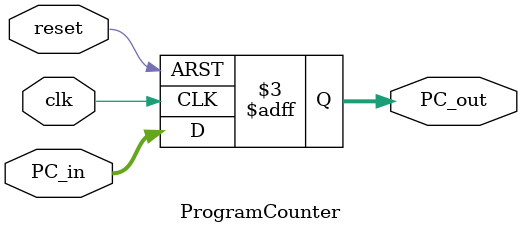
<source format=v>

module ProgramCounter(
    input clk, reset,
    input [31:0] PC_in,
    output reg [31:0] PC_out
);

always @(posedge clk or posedge reset) begin
    if (reset == 1'b1) begin
        PC_out <= 0;
    end else begin
        PC_out <= PC_in;
    end
end

endmodule
</source>
